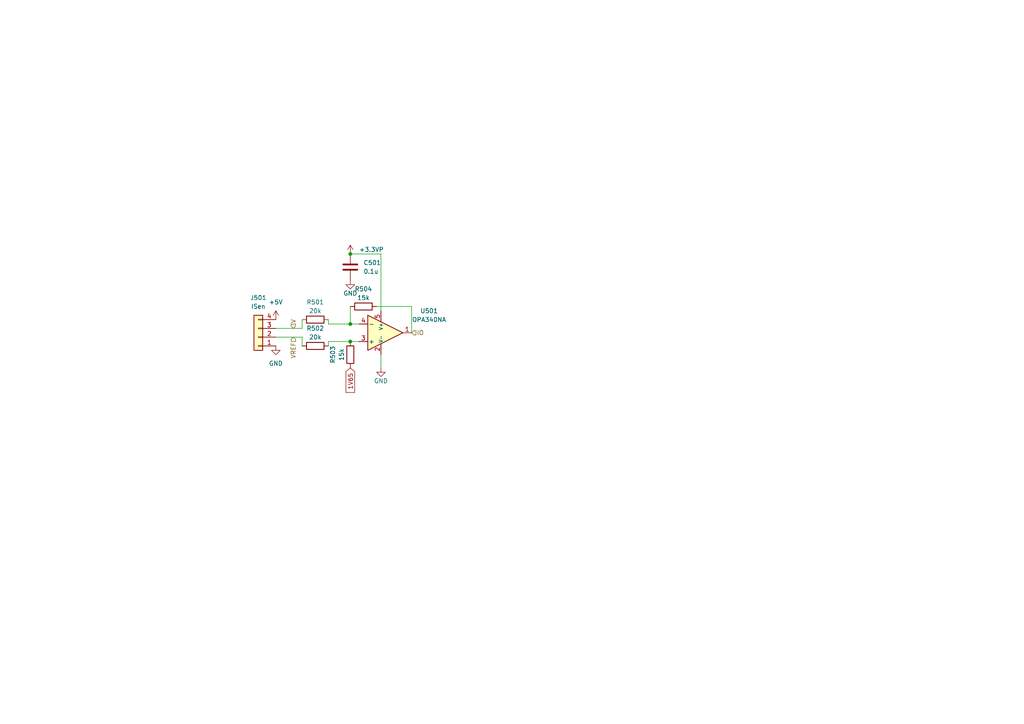
<source format=kicad_sch>
(kicad_sch (version 20231120) (generator "eeschema") (generator_version "8.0")
  (paper "A4")
  (lib_symbols
    (symbol "Connector_Generic:Conn_01x04" (pin_names (offset 1.016) hide)
      (property "Reference" "J" (at 0 5.08 0))
      (property "Value" "Conn_01x04" (at 0 -7.62 0))
      (symbol "Conn_01x04_1_1"
        (rectangle (start -1.27 -4.953) (end 0 -5.207) (stroke (width 0.1524)))
        (rectangle (start -1.27 -2.413) (end 0 -2.667) (stroke (width 0.1524)))
        (rectangle (start -1.27 0.127) (end 0 -0.127) (stroke (width 0.1524)))
        (rectangle (start -1.27 2.667) (end 0 2.413) (stroke (width 0.1524)))
        (rectangle (start -1.27 3.81) (end 1.27 -6.35) (stroke (width 0.254)) (fill (type background)))
        (pin passive line (at -5.08 2.54 0) (length 3.81) (name "Pin_1") (number "1"))
        (pin passive line (at -5.08 0 0) (length 3.81) (name "Pin_2") (number "2"))
        (pin passive line (at -5.08 -2.54 0) (length 3.81) (name "Pin_3") (number "3"))
        (pin passive line (at -5.08 -5.08 0) (length 3.81) (name "Pin_4") (number "4"))
      )
    )
    (symbol "Device:C" (pin_numbers hide) (pin_names (offset 0.254))
      (property "Reference" "C" (at 0.635 2.54 0))
      (property "Value" "C" (at 0.635 -2.54 0))
      (symbol "C_0_1"
        (polyline (pts (xy -2.032 -0.762) (xy 2.032 -0.762)) (stroke (width 0.508)))
        (polyline (pts (xy -2.032 0.762) (xy 2.032 0.762)) (stroke (width 0.508)))
      )
      (symbol "C_1_1"
        (pin passive line (at 0 3.81 270) (length 2.794) (name "~") (number "1"))
        (pin passive line (at 0 -3.81 90) (length 2.794) (name "~") (number "2"))
      )
    )
    (symbol "Device:R" (pin_numbers hide) (pin_names (offset 0))
      (property "Reference" "R" (at 2.032 0 90))
      (property "Value" "R" (at 0 0 90))
      (symbol "R_0_1"
        (rectangle (start -1.016 -2.54) (end 1.016 2.54) (stroke (width 0.254)))
      )
      (symbol "R_1_1"
        (pin passive line (at 0 3.81 270) (length 1.27) (name "~") (number "1"))
        (pin passive line (at 0 -3.81 90) (length 1.27) (name "~") (number "2"))
      )
    )
    (symbol "PCM_Amplifier_Operational_AKL:OPA340NA" (pin_names (offset 0.2))
      (property "Reference" "U" (at 2.54 7.62 0))
      (property "Value" "OPA340NA" (at 2.54 5.08 0))
      (symbol "OPA340NA_0_1"
        (polyline (pts (xy -5.08 5.08) (xy -5.08 -5.08) (xy 5.08 0) (xy -5.08 5.08)) (stroke (width 0.254)) (fill (type background)))
      )
      (symbol "OPA340NA_1_1"
        (pin output line (at 7.62 0 180) (length 2.54) (name "~") (number "1"))
        (pin power_in line (at -1.27 -6.35 90) (length 3.18) (name "V-") (number "2"))
        (pin input line (at -7.62 -2.54 0) (length 2.54) (name "+") (number "3"))
        (pin input line (at -7.62 2.54 0) (length 2.54) (name "-") (number "4"))
        (pin power_in line (at -1.27 6.35 270) (length 3.18) (name "V+") (number "5"))
      )
    )
    (symbol "power:+3V3" (power) (pin_numbers hide) (pin_names (offset 0) hide)
      (property "Value" "+3V3" (at 0 3.556 0))
      (symbol "+3V3_0_1"
        (polyline (pts (xy -0.762 1.27) (xy 0 2.54)))
        (polyline (pts (xy 0 0) (xy 0 2.54)))
        (polyline (pts (xy 0 2.54) (xy 0.762 1.27)))
      )
      (symbol "+3V3_1_1"
        (pin power_in line (at 0 0 90) (length 0) (name "~") (number "1"))
      )
    )
    (symbol "power:+5V" (power) (pin_names (offset 0))
      (property "Value" "+5V" (at 0 3.556 0))
      (symbol "+5V_0_1"
        (polyline (pts (xy -0.762 1.27) (xy 0 2.54)))
        (polyline (pts (xy 0 0) (xy 0 2.54)))
        (polyline (pts (xy 0 2.54) (xy 0.762 1.27)))
      )
      (symbol "+5V_1_1"
        (pin power_in line (at 0 0 90) (length 0) hide (name "+5V") (number "1"))
      )
    )
    (symbol "power:GND" (power) (pin_names (offset 0))
      (property "Value" "GND" (at 0 -3.81 0))
      (symbol "GND_0_1"
        (polyline (pts (xy 0 0) (xy 0 -1.27) (xy 1.27 -1.27) (xy 0 -2.54) (xy -1.27 -1.27) (xy 0 -1.27)))
      )
      (symbol "GND_1_1"
        (pin power_in line (at 0 0 270) (length 0) hide (name "GND") (number "1"))
      )
    )
  )
  (junction (at 101.6 93.98))
  (junction (at 101.6 73.66))
  (junction (at 101.6 99.06))
  (wire (pts (xy 101.6 99.06) (xy 104.14 99.06)))
  (wire (pts (xy 95.25 100.33) (xy 95.25 99.06)))
  (wire (pts (xy 104.14 93.98) (xy 101.6 93.98)))
  (wire (pts (xy 119.38 88.9) (xy 119.38 96.52)))
  (wire (pts (xy 110.49 102.87) (xy 110.49 106.68)))
  (wire (pts (xy 95.25 99.06) (xy 101.6 99.06)))
  (wire (pts (xy 101.6 73.66) (xy 110.49 73.66)))
  (wire (pts (xy 95.25 93.98) (xy 95.25 92.71)))
  (wire (pts (xy 109.22 88.9) (xy 119.38 88.9)))
  (wire (pts (xy 87.63 97.79) (xy 80.01 97.79)))
  (wire (pts (xy 87.63 95.25) (xy 87.63 92.71)))
  (wire (pts (xy 80.01 95.25) (xy 87.63 95.25)))
  (wire (pts (xy 87.63 100.33) (xy 87.63 97.79)))
  (wire (pts (xy 101.6 93.98) (xy 95.25 93.98)))
  (wire (pts (xy 110.49 73.66) (xy 110.49 90.17)))
  (wire (pts (xy 101.6 88.9) (xy 101.6 93.98)))
  (global_label "1V65" (shape input) (at 101.6 106.68 270) (property "Intersheetrefs" "${INTERSHEET_REFS}" (effects (hide yes))))
  (hierarchical_label "V" (shape input) (at 85.09 95.25 90))
  (hierarchical_label "VREF" (shape input) (at 85.09 97.79 270))
  (hierarchical_label "IO" (shape input) (at 119.38 96.52 0))
  (symbol (lib_id "power:GND") (at 80.01 100.33 0) (unit 1)
    (property "Reference" "#PWR0502" (effects (hide yes)))
    (property "Value" "GND" (at 80.01 105.41 0))
    (property "Description" "Power symbol creates a global label with name \"GND\" , ground" (effects (hide yes)))
    (instances (project "InverterMainBoard_STM32" (path "" (reference "#PWR0502") (unit 1)) (path "" (reference "#PWR0602") (unit 1)) (path "" (reference "#PWR0702") (unit 1)) (path "" (reference "#PWR0802") (unit 1))))
  )
  (symbol (lib_id "Device:R") (at 91.44 92.71 90) (unit 1)
    (property "Reference" "R501" (at 91.44 87.63 90))
    (property "Value" "20k" (at 91.44 90.17 90))
    (property "Footprint" "Resistor_SMD:R_0603_1608Metric" (effects (hide yes)))
    (property "Description" "Resistor" (effects (hide yes)))
    (instances (project "InverterMainBoard_STM32" (path "" (reference "R501") (unit 1)) (path "" (reference "R601") (unit 1)) (path "" (reference "R701") (unit 1)) (path "" (reference "R801") (unit 1))))
  )
  (symbol (lib_id "Device:R") (at 101.6 102.87 180) (unit 1)
    (property "Reference" "R503" (at 96.52 102.87 90))
    (property "Value" "15k" (at 99.06 102.87 90))
    (property "Footprint" "Resistor_SMD:R_0603_1608Metric" (effects (hide yes)))
    (property "Description" "Resistor" (effects (hide yes)))
    (instances (project "InverterMainBoard_STM32" (path "" (reference "R503") (unit 1)) (path "" (reference "R603") (unit 1)) (path "" (reference "R703") (unit 1)) (path "" (reference "R803") (unit 1))))
  )
  (symbol (lib_id "Device:C") (at 101.6 77.47 180) (unit 1)
    (property "Reference" "C501" (at 105.41 76.1999 0) (effects (justify right)))
    (property "Value" "0.1u" (at 105.41 78.7399 0) (effects (justify right)))
    (property "Footprint" "Capacitor_SMD:C_0603_1608Metric" (effects (hide yes)))
    (property "Description" "Unpolarized capacitor" (effects (hide yes)))
    (instances (project "InverterMainBoard_STM32" (path "" (reference "C501") (unit 1)) (path "" (reference "C601") (unit 1)) (path "" (reference "C701") (unit 1)) (path "" (reference "C801") (unit 1))))
  )
  (symbol (lib_id "power:GND") (at 110.49 106.68 0) (unit 1)
    (property "Reference" "#PWR0505" (effects (hide yes)))
    (property "Value" "GND" (at 110.49 110.49 0))
    (property "Description" "Power symbol creates a global label with name \"GND\" , ground" (effects (hide yes)))
    (instances (project "InverterMainBoard_STM32" (path "" (reference "#PWR0505") (unit 1)) (path "" (reference "#PWR0605") (unit 1)) (path "" (reference "#PWR0705") (unit 1)) (path "" (reference "#PWR0805") (unit 1))))
  )
  (symbol (lib_id "Device:R") (at 91.44 100.33 90) (unit 1)
    (property "Reference" "R502" (at 91.44 95.25 90))
    (property "Value" "20k" (at 91.44 97.79 90))
    (property "Footprint" "Resistor_SMD:R_0603_1608Metric" (effects (hide yes)))
    (property "Description" "Resistor" (effects (hide yes)))
    (instances (project "InverterMainBoard_STM32" (path "" (reference "R502") (unit 1)) (path "" (reference "R602") (unit 1)) (path "" (reference "R702") (unit 1)) (path "" (reference "R802") (unit 1))))
  )
  (symbol (lib_id "Device:R") (at 105.41 88.9 90) (unit 1)
    (property "Reference" "R504" (at 105.41 83.82 90))
    (property "Value" "15k" (at 105.41 86.36 90))
    (property "Footprint" "Resistor_SMD:R_0603_1608Metric" (effects (hide yes)))
    (property "Description" "Resistor" (effects (hide yes)))
    (instances (project "InverterMainBoard_STM32" (path "" (reference "R504") (unit 1)) (path "" (reference "R604") (unit 1)) (path "" (reference "R704") (unit 1)) (path "" (reference "R804") (unit 1))))
  )
  (symbol (lib_id "power:+5V") (at 80.01 92.71 0) (unit 1)
    (property "Reference" "#PWR0501" (effects (hide yes)))
    (property "Value" "+5V" (at 80.01 87.63 0))
    (property "Description" "Power symbol creates a global label with name \"+5V\"" (effects (hide yes)))
    (instances (project "InverterMainBoard_STM32" (path "" (reference "#PWR0501") (unit 1)) (path "" (reference "#PWR0601") (unit 1)) (path "" (reference "#PWR0701") (unit 1)) (path "" (reference "#PWR0801") (unit 1))))
  )
  (symbol (lib_id "PCM_Amplifier_Operational_AKL:OPA340NA") (at 111.76 96.52 0) (unit 1)
    (property "Reference" "U501" (at 124.46 90.17 0))
    (property "Value" "OPA340NA" (at 124.46 92.71 0))
    (property "Footprint" "Package_TO_SOT_SMD:SOT-23-5" (effects (hide yes)))
    (property "Datasheet" "https://www.ti.com/lit/ds/symlink/opa2340.pdf?ts=1635059912826&ref_url=https%253A%252F%252Fwww.google.com%252F" (effects (hide yes)))
    (property "Description" "SOT-23-5 CMOS RRIO Operational Amplifier, 500μV Offset, 2.5μV/°C Drift, 5.5MHz GBW, Alternate KiCAD Library" (effects (hide yes)))
    (instances (project "InverterMainBoard_STM32" (path "" (reference "U501") (unit 1)) (path "" (reference "U601") (unit 1)) (path "" (reference "U701") (unit 1)) (path "" (reference "U801") (unit 1))))
  )
  (symbol (lib_id "Connector_Generic:Conn_01x04") (at 74.93 97.79 180) (unit 1)
    (property "Reference" "J501" (at 74.93 86.36 0))
    (property "Value" "ISen" (at 74.93 88.9 0))
    (property "Footprint" "Connector_JST:JST_XH_B4B-XH-A_1x04_P2.50mm_Vertical" (effects (hide yes)))
    (property "Description" "Generic connector, single row, 01x04, script generated (kicad-library-utils/schlib/autogen/connector/)" (effects (hide yes)))
    (instances (project "InverterMainBoard_STM32" (path "" (reference "J501") (unit 1)) (path "" (reference "J601") (unit 1)) (path "" (reference "J701") (unit 1)) (path "" (reference "J801") (unit 1))))
  )
  (symbol (lib_id "power:GND") (at 101.6 81.28 0) (unit 1)
    (property "Reference" "#PWR0504" (effects (hide yes)))
    (property "Value" "GND" (at 101.6 85.09 0))
    (property "Description" "Power symbol creates a global label with name \"GND\" , ground" (effects (hide yes)))
    (instances (project "InverterMainBoard_STM32" (path "" (reference "#PWR0504") (unit 1)) (path "" (reference "#PWR0604") (unit 1)) (path "" (reference "#PWR0704") (unit 1)) (path "" (reference "#PWR0804") (unit 1))))
  )
  (symbol (lib_id "power:+3V3") (at 101.6 73.66 0) (unit 1)
    (property "Reference" "#PWR0503" (effects (hide yes)))
    (property "Value" "+3.3VP" (at 104.14 72.3899 0) (effects (justify left)))
    (property "Description" "Power symbol creates a global label with name \"+3V3\"" (effects (hide yes)))
    (instances (project "InverterMainBoard_STM32" (path "" (reference "#PWR0503") (unit 1)) (path "" (reference "#PWR0603") (unit 1)) (path "" (reference "#PWR0703") (unit 1)) (path "" (reference "#PWR0803") (unit 1))))
  )
)
</source>
